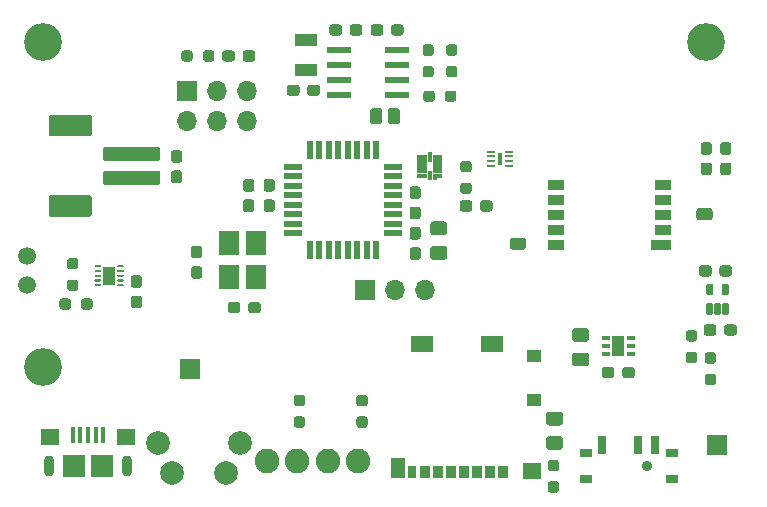
<source format=gbr>
%TF.GenerationSoftware,KiCad,Pcbnew,(5.1.9)-1*%
%TF.CreationDate,2021-02-04T12:48:35+01:00*%
%TF.ProjectId,Track-your-cat,54726163-6b2d-4796-9f75-722d6361742e,1*%
%TF.SameCoordinates,Original*%
%TF.FileFunction,Soldermask,Top*%
%TF.FilePolarity,Negative*%
%FSLAX46Y46*%
G04 Gerber Fmt 4.6, Leading zero omitted, Abs format (unit mm)*
G04 Created by KiCad (PCBNEW (5.1.9)-1) date 2021-02-04 12:48:35*
%MOMM*%
%LPD*%
G01*
G04 APERTURE LIST*
%ADD10C,0.010000*%
%ADD11O,1.700000X1.700000*%
%ADD12R,1.700000X1.700000*%
%ADD13R,1.200000X1.000000*%
%ADD14R,1.900000X1.350000*%
%ADD15R,1.170000X1.800000*%
%ADD16R,1.550000X1.350000*%
%ADD17R,0.750000X1.100000*%
%ADD18R,0.850000X1.100000*%
%ADD19R,0.450000X1.050000*%
%ADD20R,0.650000X0.200000*%
%ADD21C,2.082800*%
%ADD22R,1.676400X0.863600*%
%ADD23R,1.422400X0.863600*%
%ADD24C,3.200000*%
%ADD25R,1.900000X1.100000*%
%ADD26R,0.550000X1.500000*%
%ADD27R,1.500000X0.550000*%
%ADD28R,1.000000X1.700000*%
%ADD29R,0.700000X0.350000*%
%ADD30R,2.000000X0.600000*%
%ADD31R,1.000000X0.800000*%
%ADD32C,0.900000*%
%ADD33R,0.700000X1.500000*%
%ADD34C,1.500000*%
%ADD35R,0.606066X0.192474*%
%ADD36R,1.000000X1.600000*%
%ADD37R,1.800000X2.100000*%
%ADD38O,0.900000X1.800000*%
%ADD39C,0.500000*%
%ADD40R,1.900000X1.900000*%
%ADD41R,1.600000X1.400000*%
%ADD42R,0.400000X1.350000*%
%ADD43C,2.000000*%
G04 APERTURE END LIST*
D10*
%TO.C,U3*%
G36*
X77800000Y-87250000D02*
G01*
X77350000Y-87250000D01*
X77350000Y-87450000D01*
X77100000Y-87450000D01*
X77100000Y-86950000D01*
X77800000Y-86950000D01*
X77800000Y-87250000D01*
G37*
X77800000Y-87250000D02*
X77350000Y-87250000D01*
X77350000Y-87450000D01*
X77100000Y-87450000D01*
X77100000Y-86950000D01*
X77800000Y-86950000D01*
X77800000Y-87250000D01*
G36*
X76950000Y-85850000D02*
G01*
X76650000Y-85850000D01*
X76650000Y-85150000D01*
X76950000Y-85150000D01*
X76950000Y-85850000D01*
G37*
X76950000Y-85850000D02*
X76650000Y-85850000D01*
X76650000Y-85150000D01*
X76950000Y-85150000D01*
X76950000Y-85850000D01*
G36*
X76950000Y-87450000D02*
G01*
X76650000Y-87450000D01*
X76650000Y-86750000D01*
X76950000Y-86750000D01*
X76950000Y-87450000D01*
G37*
X76950000Y-87450000D02*
X76650000Y-87450000D01*
X76650000Y-86750000D01*
X76950000Y-86750000D01*
X76950000Y-87450000D01*
G36*
X76500000Y-87250000D02*
G01*
X75800000Y-87250000D01*
X75800000Y-86950000D01*
X76500000Y-86950000D01*
X76500000Y-87250000D01*
G37*
X76500000Y-87250000D02*
X75800000Y-87250000D01*
X75800000Y-86950000D01*
X76500000Y-86950000D01*
X76500000Y-87250000D01*
G36*
X76500000Y-86850000D02*
G01*
X75800000Y-86850000D01*
X75800000Y-86550000D01*
X76500000Y-86550000D01*
X76500000Y-86850000D01*
G37*
X76500000Y-86850000D02*
X75800000Y-86850000D01*
X75800000Y-86550000D01*
X76500000Y-86550000D01*
X76500000Y-86850000D01*
G36*
X76500000Y-85650000D02*
G01*
X75800000Y-85650000D01*
X75800000Y-85350000D01*
X76500000Y-85350000D01*
X76500000Y-85650000D01*
G37*
X76500000Y-85650000D02*
X75800000Y-85650000D01*
X75800000Y-85350000D01*
X76500000Y-85350000D01*
X76500000Y-85650000D01*
G36*
X76500000Y-86050000D02*
G01*
X75800000Y-86050000D01*
X75800000Y-85750000D01*
X76500000Y-85750000D01*
X76500000Y-86050000D01*
G37*
X76500000Y-86050000D02*
X75800000Y-86050000D01*
X75800000Y-85750000D01*
X76500000Y-85750000D01*
X76500000Y-86050000D01*
G36*
X77800000Y-85650000D02*
G01*
X77100000Y-85650000D01*
X77100000Y-85350000D01*
X77800000Y-85350000D01*
X77800000Y-85650000D01*
G37*
X77800000Y-85650000D02*
X77100000Y-85650000D01*
X77100000Y-85350000D01*
X77800000Y-85350000D01*
X77800000Y-85650000D01*
G36*
X77800000Y-86050000D02*
G01*
X77100000Y-86050000D01*
X77100000Y-85750000D01*
X77800000Y-85750000D01*
X77800000Y-86050000D01*
G37*
X77800000Y-86050000D02*
X77100000Y-86050000D01*
X77100000Y-85750000D01*
X77800000Y-85750000D01*
X77800000Y-86050000D01*
G36*
X77800000Y-86850000D02*
G01*
X77100000Y-86850000D01*
X77100000Y-86550000D01*
X77800000Y-86550000D01*
X77800000Y-86850000D01*
G37*
X77800000Y-86850000D02*
X77100000Y-86850000D01*
X77100000Y-86550000D01*
X77800000Y-86550000D01*
X77800000Y-86850000D01*
G36*
X76500000Y-86450000D02*
G01*
X75800000Y-86450000D01*
X75800000Y-86150000D01*
X76500000Y-86150000D01*
X76500000Y-86450000D01*
G37*
X76500000Y-86450000D02*
X75800000Y-86450000D01*
X75800000Y-86150000D01*
X76500000Y-86150000D01*
X76500000Y-86450000D01*
G36*
X77800000Y-86450000D02*
G01*
X77100000Y-86450000D01*
X77100000Y-86150000D01*
X77800000Y-86150000D01*
X77800000Y-86450000D01*
G37*
X77800000Y-86450000D02*
X77100000Y-86450000D01*
X77100000Y-86150000D01*
X77800000Y-86150000D01*
X77800000Y-86450000D01*
%TD*%
D11*
%TO.C,FTDI1*%
X61380000Y-82540000D03*
X61380000Y-80000000D03*
X58840000Y-82540000D03*
X58840000Y-80000000D03*
X56300000Y-82540000D03*
D12*
X56300000Y-80000000D03*
%TD*%
D13*
%TO.C,J3*%
X85639999Y-106100000D03*
X85639999Y-102400001D03*
D14*
X82140000Y-101425000D03*
X76170000Y-101425000D03*
D15*
X74145000Y-111900000D03*
D16*
X85465000Y-112125000D03*
D17*
X75354999Y-112250000D03*
D18*
X76405000Y-112250000D03*
X77505000Y-112250000D03*
X78605000Y-112250000D03*
X79705000Y-112250000D03*
X80805000Y-112250000D03*
X81905000Y-112250000D03*
X83005000Y-112250000D03*
%TD*%
D12*
%TO.C,J5*%
X56500000Y-103500000D03*
%TD*%
%TO.C,J4*%
X101200000Y-109900000D03*
%TD*%
D19*
%TO.C,IC1*%
X82800000Y-85700000D03*
D20*
X83550000Y-85100000D03*
X83550000Y-85500000D03*
X83550000Y-85900000D03*
X83550000Y-86300000D03*
X82050000Y-86300000D03*
X82050000Y-85900000D03*
X82050000Y-85500000D03*
X82050000Y-85100000D03*
%TD*%
D21*
%TO.C,D2*%
X70800000Y-111250000D03*
X68260000Y-111250000D03*
%TD*%
D22*
%TO.C,GPS1*%
X96425800Y-92978200D03*
D23*
X96552800Y-91708200D03*
X96552800Y-90438200D03*
X96552800Y-89168200D03*
X96552800Y-87898200D03*
X87561200Y-92978200D03*
X87561200Y-91708200D03*
X87561200Y-89168200D03*
X87561200Y-87898200D03*
X87561200Y-90438200D03*
%TD*%
D24*
%TO.C,H1*%
X100200000Y-75800000D03*
%TD*%
%TO.C,H1*%
X44100000Y-75800000D03*
%TD*%
%TO.C,H1*%
X44100000Y-103300000D03*
%TD*%
%TO.C,R10*%
G36*
G01*
X76937500Y-78812500D02*
X76462500Y-78812500D01*
G75*
G02*
X76225000Y-78575000I0J237500D01*
G01*
X76225000Y-78075000D01*
G75*
G02*
X76462500Y-77837500I237500J0D01*
G01*
X76937500Y-77837500D01*
G75*
G02*
X77175000Y-78075000I0J-237500D01*
G01*
X77175000Y-78575000D01*
G75*
G02*
X76937500Y-78812500I-237500J0D01*
G01*
G37*
G36*
G01*
X76937500Y-76987500D02*
X76462500Y-76987500D01*
G75*
G02*
X76225000Y-76750000I0J237500D01*
G01*
X76225000Y-76250000D01*
G75*
G02*
X76462500Y-76012500I237500J0D01*
G01*
X76937500Y-76012500D01*
G75*
G02*
X77175000Y-76250000I0J-237500D01*
G01*
X77175000Y-76750000D01*
G75*
G02*
X76937500Y-76987500I-237500J0D01*
G01*
G37*
%TD*%
D25*
%TO.C,Y2*%
X66350000Y-78150000D03*
X66350000Y-75650000D03*
%TD*%
D26*
%TO.C,U2*%
X66700000Y-85000000D03*
X67500000Y-85000000D03*
X68300000Y-85000000D03*
X69100000Y-85000000D03*
X69900000Y-85000000D03*
X70700000Y-85000000D03*
X71500000Y-85000000D03*
X72300000Y-85000000D03*
D27*
X73700000Y-86400000D03*
X73700000Y-87200000D03*
X73700000Y-88000000D03*
X73700000Y-88800000D03*
X73700000Y-89600000D03*
X73700000Y-90400000D03*
X73700000Y-91200000D03*
X73700000Y-92000000D03*
D26*
X72300000Y-93400000D03*
X71500000Y-93400000D03*
X70700000Y-93400000D03*
X69900000Y-93400000D03*
X69100000Y-93400000D03*
X68300000Y-93400000D03*
X67500000Y-93400000D03*
D27*
X65300000Y-92000000D03*
X65300000Y-91200000D03*
X65300000Y-90400000D03*
X65300000Y-89600000D03*
X65300000Y-88800000D03*
X65300000Y-88000000D03*
X65300000Y-87200000D03*
X65300000Y-86400000D03*
D26*
X66700000Y-93400000D03*
%TD*%
D21*
%TO.C,D1*%
X63100000Y-111300000D03*
X65640000Y-111300000D03*
%TD*%
%TO.C,R8*%
G36*
G01*
X99237500Y-103000000D02*
X98762500Y-103000000D01*
G75*
G02*
X98525000Y-102762500I0J237500D01*
G01*
X98525000Y-102262500D01*
G75*
G02*
X98762500Y-102025000I237500J0D01*
G01*
X99237500Y-102025000D01*
G75*
G02*
X99475000Y-102262500I0J-237500D01*
G01*
X99475000Y-102762500D01*
G75*
G02*
X99237500Y-103000000I-237500J0D01*
G01*
G37*
G36*
G01*
X99237500Y-101175000D02*
X98762500Y-101175000D01*
G75*
G02*
X98525000Y-100937500I0J237500D01*
G01*
X98525000Y-100437500D01*
G75*
G02*
X98762500Y-100200000I237500J0D01*
G01*
X99237500Y-100200000D01*
G75*
G02*
X99475000Y-100437500I0J-237500D01*
G01*
X99475000Y-100937500D01*
G75*
G02*
X99237500Y-101175000I-237500J0D01*
G01*
G37*
%TD*%
%TO.C,C1*%
G36*
G01*
X89125000Y-100037500D02*
X90075000Y-100037500D01*
G75*
G02*
X90325000Y-100287500I0J-250000D01*
G01*
X90325000Y-100962500D01*
G75*
G02*
X90075000Y-101212500I-250000J0D01*
G01*
X89125000Y-101212500D01*
G75*
G02*
X88875000Y-100962500I0J250000D01*
G01*
X88875000Y-100287500D01*
G75*
G02*
X89125000Y-100037500I250000J0D01*
G01*
G37*
G36*
G01*
X89125000Y-102112500D02*
X90075000Y-102112500D01*
G75*
G02*
X90325000Y-102362500I0J-250000D01*
G01*
X90325000Y-103037500D01*
G75*
G02*
X90075000Y-103287500I-250000J0D01*
G01*
X89125000Y-103287500D01*
G75*
G02*
X88875000Y-103037500I0J250000D01*
G01*
X88875000Y-102362500D01*
G75*
G02*
X89125000Y-102112500I250000J0D01*
G01*
G37*
%TD*%
%TO.C,C2*%
G36*
G01*
X94200000Y-103562500D02*
X94200000Y-104037500D01*
G75*
G02*
X93962500Y-104275000I-237500J0D01*
G01*
X93362500Y-104275000D01*
G75*
G02*
X93125000Y-104037500I0J237500D01*
G01*
X93125000Y-103562500D01*
G75*
G02*
X93362500Y-103325000I237500J0D01*
G01*
X93962500Y-103325000D01*
G75*
G02*
X94200000Y-103562500I0J-237500D01*
G01*
G37*
G36*
G01*
X92475000Y-103562500D02*
X92475000Y-104037500D01*
G75*
G02*
X92237500Y-104275000I-237500J0D01*
G01*
X91637500Y-104275000D01*
G75*
G02*
X91400000Y-104037500I0J237500D01*
G01*
X91400000Y-103562500D01*
G75*
G02*
X91637500Y-103325000I237500J0D01*
G01*
X92237500Y-103325000D01*
G75*
G02*
X92475000Y-103562500I0J-237500D01*
G01*
G37*
%TD*%
%TO.C,C3*%
G36*
G01*
X77125000Y-91012500D02*
X78075000Y-91012500D01*
G75*
G02*
X78325000Y-91262500I0J-250000D01*
G01*
X78325000Y-91937500D01*
G75*
G02*
X78075000Y-92187500I-250000J0D01*
G01*
X77125000Y-92187500D01*
G75*
G02*
X76875000Y-91937500I0J250000D01*
G01*
X76875000Y-91262500D01*
G75*
G02*
X77125000Y-91012500I250000J0D01*
G01*
G37*
G36*
G01*
X77125000Y-93087500D02*
X78075000Y-93087500D01*
G75*
G02*
X78325000Y-93337500I0J-250000D01*
G01*
X78325000Y-94012500D01*
G75*
G02*
X78075000Y-94262500I-250000J0D01*
G01*
X77125000Y-94262500D01*
G75*
G02*
X76875000Y-94012500I0J250000D01*
G01*
X76875000Y-93337500D01*
G75*
G02*
X77125000Y-93087500I250000J0D01*
G01*
G37*
%TD*%
%TO.C,C4*%
G36*
G01*
X63487500Y-88487500D02*
X63012500Y-88487500D01*
G75*
G02*
X62775000Y-88250000I0J237500D01*
G01*
X62775000Y-87650000D01*
G75*
G02*
X63012500Y-87412500I237500J0D01*
G01*
X63487500Y-87412500D01*
G75*
G02*
X63725000Y-87650000I0J-237500D01*
G01*
X63725000Y-88250000D01*
G75*
G02*
X63487500Y-88487500I-237500J0D01*
G01*
G37*
G36*
G01*
X63487500Y-90212500D02*
X63012500Y-90212500D01*
G75*
G02*
X62775000Y-89975000I0J237500D01*
G01*
X62775000Y-89375000D01*
G75*
G02*
X63012500Y-89137500I237500J0D01*
G01*
X63487500Y-89137500D01*
G75*
G02*
X63725000Y-89375000I0J-237500D01*
G01*
X63725000Y-89975000D01*
G75*
G02*
X63487500Y-90212500I-237500J0D01*
G01*
G37*
%TD*%
%TO.C,C5*%
G36*
G01*
X61737500Y-90212500D02*
X61262500Y-90212500D01*
G75*
G02*
X61025000Y-89975000I0J237500D01*
G01*
X61025000Y-89375000D01*
G75*
G02*
X61262500Y-89137500I237500J0D01*
G01*
X61737500Y-89137500D01*
G75*
G02*
X61975000Y-89375000I0J-237500D01*
G01*
X61975000Y-89975000D01*
G75*
G02*
X61737500Y-90212500I-237500J0D01*
G01*
G37*
G36*
G01*
X61737500Y-88487500D02*
X61262500Y-88487500D01*
G75*
G02*
X61025000Y-88250000I0J237500D01*
G01*
X61025000Y-87650000D01*
G75*
G02*
X61262500Y-87412500I237500J0D01*
G01*
X61737500Y-87412500D01*
G75*
G02*
X61975000Y-87650000I0J-237500D01*
G01*
X61975000Y-88250000D01*
G75*
G02*
X61737500Y-88487500I-237500J0D01*
G01*
G37*
%TD*%
%TO.C,C6*%
G36*
G01*
X75362500Y-93187500D02*
X75837500Y-93187500D01*
G75*
G02*
X76075000Y-93425000I0J-237500D01*
G01*
X76075000Y-94025000D01*
G75*
G02*
X75837500Y-94262500I-237500J0D01*
G01*
X75362500Y-94262500D01*
G75*
G02*
X75125000Y-94025000I0J237500D01*
G01*
X75125000Y-93425000D01*
G75*
G02*
X75362500Y-93187500I237500J0D01*
G01*
G37*
G36*
G01*
X75362500Y-91462500D02*
X75837500Y-91462500D01*
G75*
G02*
X76075000Y-91700000I0J-237500D01*
G01*
X76075000Y-92300000D01*
G75*
G02*
X75837500Y-92537500I-237500J0D01*
G01*
X75362500Y-92537500D01*
G75*
G02*
X75125000Y-92300000I0J237500D01*
G01*
X75125000Y-91700000D01*
G75*
G02*
X75362500Y-91462500I237500J0D01*
G01*
G37*
%TD*%
%TO.C,C8*%
G36*
G01*
X60987500Y-77237500D02*
X60987500Y-76762500D01*
G75*
G02*
X61225000Y-76525000I237500J0D01*
G01*
X61825000Y-76525000D01*
G75*
G02*
X62062500Y-76762500I0J-237500D01*
G01*
X62062500Y-77237500D01*
G75*
G02*
X61825000Y-77475000I-237500J0D01*
G01*
X61225000Y-77475000D01*
G75*
G02*
X60987500Y-77237500I0J237500D01*
G01*
G37*
G36*
G01*
X59262500Y-77237500D02*
X59262500Y-76762500D01*
G75*
G02*
X59500000Y-76525000I237500J0D01*
G01*
X60100000Y-76525000D01*
G75*
G02*
X60337500Y-76762500I0J-237500D01*
G01*
X60337500Y-77237500D01*
G75*
G02*
X60100000Y-77475000I-237500J0D01*
G01*
X59500000Y-77475000D01*
G75*
G02*
X59262500Y-77237500I0J237500D01*
G01*
G37*
%TD*%
%TO.C,C9*%
G36*
G01*
X57337500Y-94137500D02*
X56862500Y-94137500D01*
G75*
G02*
X56625000Y-93900000I0J237500D01*
G01*
X56625000Y-93300000D01*
G75*
G02*
X56862500Y-93062500I237500J0D01*
G01*
X57337500Y-93062500D01*
G75*
G02*
X57575000Y-93300000I0J-237500D01*
G01*
X57575000Y-93900000D01*
G75*
G02*
X57337500Y-94137500I-237500J0D01*
G01*
G37*
G36*
G01*
X57337500Y-95862500D02*
X56862500Y-95862500D01*
G75*
G02*
X56625000Y-95625000I0J237500D01*
G01*
X56625000Y-95025000D01*
G75*
G02*
X56862500Y-94787500I237500J0D01*
G01*
X57337500Y-94787500D01*
G75*
G02*
X57575000Y-95025000I0J-237500D01*
G01*
X57575000Y-95625000D01*
G75*
G02*
X57337500Y-95862500I-237500J0D01*
G01*
G37*
%TD*%
%TO.C,C10*%
G36*
G01*
X62537500Y-98062500D02*
X62537500Y-98537500D01*
G75*
G02*
X62300000Y-98775000I-237500J0D01*
G01*
X61700000Y-98775000D01*
G75*
G02*
X61462500Y-98537500I0J237500D01*
G01*
X61462500Y-98062500D01*
G75*
G02*
X61700000Y-97825000I237500J0D01*
G01*
X62300000Y-97825000D01*
G75*
G02*
X62537500Y-98062500I0J-237500D01*
G01*
G37*
G36*
G01*
X60812500Y-98062500D02*
X60812500Y-98537500D01*
G75*
G02*
X60575000Y-98775000I-237500J0D01*
G01*
X59975000Y-98775000D01*
G75*
G02*
X59737500Y-98537500I0J237500D01*
G01*
X59737500Y-98062500D01*
G75*
G02*
X59975000Y-97825000I237500J0D01*
G01*
X60575000Y-97825000D01*
G75*
G02*
X60812500Y-98062500I0J-237500D01*
G01*
G37*
%TD*%
%TO.C,C11*%
G36*
G01*
X51762500Y-95562500D02*
X52237500Y-95562500D01*
G75*
G02*
X52475000Y-95800000I0J-237500D01*
G01*
X52475000Y-96400000D01*
G75*
G02*
X52237500Y-96637500I-237500J0D01*
G01*
X51762500Y-96637500D01*
G75*
G02*
X51525000Y-96400000I0J237500D01*
G01*
X51525000Y-95800000D01*
G75*
G02*
X51762500Y-95562500I237500J0D01*
G01*
G37*
G36*
G01*
X51762500Y-97287500D02*
X52237500Y-97287500D01*
G75*
G02*
X52475000Y-97525000I0J-237500D01*
G01*
X52475000Y-98125000D01*
G75*
G02*
X52237500Y-98362500I-237500J0D01*
G01*
X51762500Y-98362500D01*
G75*
G02*
X51525000Y-98125000I0J237500D01*
G01*
X51525000Y-97525000D01*
G75*
G02*
X51762500Y-97287500I237500J0D01*
G01*
G37*
%TD*%
%TO.C,C12*%
G36*
G01*
X75837500Y-90837500D02*
X75362500Y-90837500D01*
G75*
G02*
X75125000Y-90600000I0J237500D01*
G01*
X75125000Y-90000000D01*
G75*
G02*
X75362500Y-89762500I237500J0D01*
G01*
X75837500Y-89762500D01*
G75*
G02*
X76075000Y-90000000I0J-237500D01*
G01*
X76075000Y-90600000D01*
G75*
G02*
X75837500Y-90837500I-237500J0D01*
G01*
G37*
G36*
G01*
X75837500Y-89112500D02*
X75362500Y-89112500D01*
G75*
G02*
X75125000Y-88875000I0J237500D01*
G01*
X75125000Y-88275000D01*
G75*
G02*
X75362500Y-88037500I237500J0D01*
G01*
X75837500Y-88037500D01*
G75*
G02*
X76075000Y-88275000I0J-237500D01*
G01*
X76075000Y-88875000D01*
G75*
G02*
X75837500Y-89112500I-237500J0D01*
G01*
G37*
%TD*%
%TO.C,C13*%
G36*
G01*
X55162500Y-86687500D02*
X55637500Y-86687500D01*
G75*
G02*
X55875000Y-86925000I0J-237500D01*
G01*
X55875000Y-87525000D01*
G75*
G02*
X55637500Y-87762500I-237500J0D01*
G01*
X55162500Y-87762500D01*
G75*
G02*
X54925000Y-87525000I0J237500D01*
G01*
X54925000Y-86925000D01*
G75*
G02*
X55162500Y-86687500I237500J0D01*
G01*
G37*
G36*
G01*
X55162500Y-84962500D02*
X55637500Y-84962500D01*
G75*
G02*
X55875000Y-85200000I0J-237500D01*
G01*
X55875000Y-85800000D01*
G75*
G02*
X55637500Y-86037500I-237500J0D01*
G01*
X55162500Y-86037500D01*
G75*
G02*
X54925000Y-85800000I0J237500D01*
G01*
X54925000Y-85200000D01*
G75*
G02*
X55162500Y-84962500I237500J0D01*
G01*
G37*
%TD*%
%TO.C,C15*%
G36*
G01*
X80437500Y-89462500D02*
X80437500Y-89937500D01*
G75*
G02*
X80200000Y-90175000I-237500J0D01*
G01*
X79600000Y-90175000D01*
G75*
G02*
X79362500Y-89937500I0J237500D01*
G01*
X79362500Y-89462500D01*
G75*
G02*
X79600000Y-89225000I237500J0D01*
G01*
X80200000Y-89225000D01*
G75*
G02*
X80437500Y-89462500I0J-237500D01*
G01*
G37*
G36*
G01*
X82162500Y-89462500D02*
X82162500Y-89937500D01*
G75*
G02*
X81925000Y-90175000I-237500J0D01*
G01*
X81325000Y-90175000D01*
G75*
G02*
X81087500Y-89937500I0J237500D01*
G01*
X81087500Y-89462500D01*
G75*
G02*
X81325000Y-89225000I237500J0D01*
G01*
X81925000Y-89225000D01*
G75*
G02*
X82162500Y-89462500I0J-237500D01*
G01*
G37*
%TD*%
%TO.C,C16*%
G36*
G01*
X102137500Y-85375000D02*
X101662500Y-85375000D01*
G75*
G02*
X101425000Y-85137500I0J237500D01*
G01*
X101425000Y-84537500D01*
G75*
G02*
X101662500Y-84300000I237500J0D01*
G01*
X102137500Y-84300000D01*
G75*
G02*
X102375000Y-84537500I0J-237500D01*
G01*
X102375000Y-85137500D01*
G75*
G02*
X102137500Y-85375000I-237500J0D01*
G01*
G37*
G36*
G01*
X102137500Y-87100000D02*
X101662500Y-87100000D01*
G75*
G02*
X101425000Y-86862500I0J237500D01*
G01*
X101425000Y-86262500D01*
G75*
G02*
X101662500Y-86025000I237500J0D01*
G01*
X102137500Y-86025000D01*
G75*
G02*
X102375000Y-86262500I0J-237500D01*
G01*
X102375000Y-86862500D01*
G75*
G02*
X102137500Y-87100000I-237500J0D01*
G01*
G37*
%TD*%
%TO.C,C17*%
G36*
G01*
X100487500Y-85375000D02*
X100012500Y-85375000D01*
G75*
G02*
X99775000Y-85137500I0J237500D01*
G01*
X99775000Y-84537500D01*
G75*
G02*
X100012500Y-84300000I237500J0D01*
G01*
X100487500Y-84300000D01*
G75*
G02*
X100725000Y-84537500I0J-237500D01*
G01*
X100725000Y-85137500D01*
G75*
G02*
X100487500Y-85375000I-237500J0D01*
G01*
G37*
G36*
G01*
X100487500Y-87100000D02*
X100012500Y-87100000D01*
G75*
G02*
X99775000Y-86862500I0J237500D01*
G01*
X99775000Y-86262500D01*
G75*
G02*
X100012500Y-86025000I237500J0D01*
G01*
X100487500Y-86025000D01*
G75*
G02*
X100725000Y-86262500I0J-237500D01*
G01*
X100725000Y-86862500D01*
G75*
G02*
X100487500Y-87100000I-237500J0D01*
G01*
G37*
%TD*%
%TO.C,C18*%
G36*
G01*
X102837500Y-99962500D02*
X102837500Y-100437500D01*
G75*
G02*
X102600000Y-100675000I-237500J0D01*
G01*
X102000000Y-100675000D01*
G75*
G02*
X101762500Y-100437500I0J237500D01*
G01*
X101762500Y-99962500D01*
G75*
G02*
X102000000Y-99725000I237500J0D01*
G01*
X102600000Y-99725000D01*
G75*
G02*
X102837500Y-99962500I0J-237500D01*
G01*
G37*
G36*
G01*
X101112500Y-99962500D02*
X101112500Y-100437500D01*
G75*
G02*
X100875000Y-100675000I-237500J0D01*
G01*
X100275000Y-100675000D01*
G75*
G02*
X100037500Y-100437500I0J237500D01*
G01*
X100037500Y-99962500D01*
G75*
G02*
X100275000Y-99725000I237500J0D01*
G01*
X100875000Y-99725000D01*
G75*
G02*
X101112500Y-99962500I0J-237500D01*
G01*
G37*
%TD*%
%TO.C,C20*%
G36*
G01*
X71837500Y-75037500D02*
X71837500Y-74562500D01*
G75*
G02*
X72075000Y-74325000I237500J0D01*
G01*
X72675000Y-74325000D01*
G75*
G02*
X72912500Y-74562500I0J-237500D01*
G01*
X72912500Y-75037500D01*
G75*
G02*
X72675000Y-75275000I-237500J0D01*
G01*
X72075000Y-75275000D01*
G75*
G02*
X71837500Y-75037500I0J237500D01*
G01*
G37*
G36*
G01*
X73562500Y-75037500D02*
X73562500Y-74562500D01*
G75*
G02*
X73800000Y-74325000I237500J0D01*
G01*
X74400000Y-74325000D01*
G75*
G02*
X74637500Y-74562500I0J-237500D01*
G01*
X74637500Y-75037500D01*
G75*
G02*
X74400000Y-75275000I-237500J0D01*
G01*
X73800000Y-75275000D01*
G75*
G02*
X73562500Y-75037500I0J237500D01*
G01*
G37*
%TD*%
%TO.C,C21*%
G36*
G01*
X69412500Y-74562500D02*
X69412500Y-75037500D01*
G75*
G02*
X69175000Y-75275000I-237500J0D01*
G01*
X68575000Y-75275000D01*
G75*
G02*
X68337500Y-75037500I0J237500D01*
G01*
X68337500Y-74562500D01*
G75*
G02*
X68575000Y-74325000I237500J0D01*
G01*
X69175000Y-74325000D01*
G75*
G02*
X69412500Y-74562500I0J-237500D01*
G01*
G37*
G36*
G01*
X71137500Y-74562500D02*
X71137500Y-75037500D01*
G75*
G02*
X70900000Y-75275000I-237500J0D01*
G01*
X70300000Y-75275000D01*
G75*
G02*
X70062500Y-75037500I0J237500D01*
G01*
X70062500Y-74562500D01*
G75*
G02*
X70300000Y-74325000I237500J0D01*
G01*
X70900000Y-74325000D01*
G75*
G02*
X71137500Y-74562500I0J-237500D01*
G01*
G37*
%TD*%
%TO.C,C22*%
G36*
G01*
X64737500Y-80137500D02*
X64737500Y-79662500D01*
G75*
G02*
X64975000Y-79425000I237500J0D01*
G01*
X65575000Y-79425000D01*
G75*
G02*
X65812500Y-79662500I0J-237500D01*
G01*
X65812500Y-80137500D01*
G75*
G02*
X65575000Y-80375000I-237500J0D01*
G01*
X64975000Y-80375000D01*
G75*
G02*
X64737500Y-80137500I0J237500D01*
G01*
G37*
G36*
G01*
X66462500Y-80137500D02*
X66462500Y-79662500D01*
G75*
G02*
X66700000Y-79425000I237500J0D01*
G01*
X67300000Y-79425000D01*
G75*
G02*
X67537500Y-79662500I0J-237500D01*
G01*
X67537500Y-80137500D01*
G75*
G02*
X67300000Y-80375000I-237500J0D01*
G01*
X66700000Y-80375000D01*
G75*
G02*
X66462500Y-80137500I0J237500D01*
G01*
G37*
%TD*%
%TO.C,C23*%
G36*
G01*
X86925000Y-109187500D02*
X87875000Y-109187500D01*
G75*
G02*
X88125000Y-109437500I0J-250000D01*
G01*
X88125000Y-110112500D01*
G75*
G02*
X87875000Y-110362500I-250000J0D01*
G01*
X86925000Y-110362500D01*
G75*
G02*
X86675000Y-110112500I0J250000D01*
G01*
X86675000Y-109437500D01*
G75*
G02*
X86925000Y-109187500I250000J0D01*
G01*
G37*
G36*
G01*
X86925000Y-107112500D02*
X87875000Y-107112500D01*
G75*
G02*
X88125000Y-107362500I0J-250000D01*
G01*
X88125000Y-108037500D01*
G75*
G02*
X87875000Y-108287500I-250000J0D01*
G01*
X86925000Y-108287500D01*
G75*
G02*
X86675000Y-108037500I0J250000D01*
G01*
X86675000Y-107362500D01*
G75*
G02*
X86925000Y-107112500I250000J0D01*
G01*
G37*
%TD*%
%TO.C,IC2*%
G36*
G01*
X100251310Y-98797610D02*
X100251310Y-98048310D01*
G75*
G02*
X100352910Y-97946710I101600J0D01*
G01*
X100751690Y-97946710D01*
G75*
G02*
X100853290Y-98048310I0J-101600D01*
G01*
X100853290Y-98797610D01*
G75*
G02*
X100751690Y-98899210I-101600J0D01*
G01*
X100352910Y-98899210D01*
G75*
G02*
X100251310Y-98797610I0J101600D01*
G01*
G37*
G36*
G01*
X100899010Y-98797610D02*
X100899010Y-98048310D01*
G75*
G02*
X101000610Y-97946710I101600J0D01*
G01*
X101399390Y-97946710D01*
G75*
G02*
X101500990Y-98048310I0J-101600D01*
G01*
X101500990Y-98797610D01*
G75*
G02*
X101399390Y-98899210I-101600J0D01*
G01*
X101000610Y-98899210D01*
G75*
G02*
X100899010Y-98797610I0J101600D01*
G01*
G37*
G36*
G01*
X101546710Y-98797610D02*
X101546710Y-98048310D01*
G75*
G02*
X101648310Y-97946710I101600J0D01*
G01*
X102047090Y-97946710D01*
G75*
G02*
X102148690Y-98048310I0J-101600D01*
G01*
X102148690Y-98797610D01*
G75*
G02*
X102047090Y-98899210I-101600J0D01*
G01*
X101648310Y-98899210D01*
G75*
G02*
X101546710Y-98797610I0J101600D01*
G01*
G37*
G36*
G01*
X101546710Y-97151690D02*
X101546710Y-96402390D01*
G75*
G02*
X101648310Y-96300790I101600J0D01*
G01*
X102047090Y-96300790D01*
G75*
G02*
X102148690Y-96402390I0J-101600D01*
G01*
X102148690Y-97151690D01*
G75*
G02*
X102047090Y-97253290I-101600J0D01*
G01*
X101648310Y-97253290D01*
G75*
G02*
X101546710Y-97151690I0J101600D01*
G01*
G37*
G36*
G01*
X100251310Y-97151690D02*
X100251310Y-96402390D01*
G75*
G02*
X100352910Y-96300790I101600J0D01*
G01*
X100751690Y-96300790D01*
G75*
G02*
X100853290Y-96402390I0J-101600D01*
G01*
X100853290Y-97151690D01*
G75*
G02*
X100751690Y-97253290I-101600J0D01*
G01*
X100352910Y-97253290D01*
G75*
G02*
X100251310Y-97151690I0J101600D01*
G01*
G37*
%TD*%
%TO.C,J1*%
G36*
G01*
X53898210Y-87898930D02*
X49298270Y-87898930D01*
G75*
G02*
X49196670Y-87797330I0J101600D01*
G01*
X49196670Y-86799110D01*
G75*
G02*
X49298270Y-86697510I101600J0D01*
G01*
X53898210Y-86697510D01*
G75*
G02*
X53999810Y-86799110I0J-101600D01*
G01*
X53999810Y-87797330D01*
G75*
G02*
X53898210Y-87898930I-101600J0D01*
G01*
G37*
G36*
G01*
X53898210Y-85902490D02*
X49298270Y-85902490D01*
G75*
G02*
X49196670Y-85800890I0J101600D01*
G01*
X49196670Y-84802670D01*
G75*
G02*
X49298270Y-84701070I101600J0D01*
G01*
X53898210Y-84701070D01*
G75*
G02*
X53999810Y-84802670I0J-101600D01*
G01*
X53999810Y-85800890D01*
G75*
G02*
X53898210Y-85902490I-101600J0D01*
G01*
G37*
G36*
G01*
X48202260Y-88899690D02*
X48202260Y-90497350D01*
G75*
G02*
X48100660Y-90598950I-101600J0D01*
G01*
X44702140Y-90598950D01*
G75*
G02*
X44600540Y-90497350I0J101600D01*
G01*
X44600540Y-88899690D01*
G75*
G02*
X44702140Y-88798090I101600J0D01*
G01*
X48100660Y-88798090D01*
G75*
G02*
X48202260Y-88899690I0J-101600D01*
G01*
G37*
G36*
G01*
X48202260Y-82102650D02*
X48202260Y-83700310D01*
G75*
G02*
X48100660Y-83801910I-101600J0D01*
G01*
X44702140Y-83801910D01*
G75*
G02*
X44600540Y-83700310I0J101600D01*
G01*
X44600540Y-82102650D01*
G75*
G02*
X44702140Y-82001050I101600J0D01*
G01*
X48100660Y-82001050D01*
G75*
G02*
X48202260Y-82102650I0J-101600D01*
G01*
G37*
%TD*%
D28*
%TO.C,LDO1*%
X92800000Y-101550000D03*
D29*
X93850000Y-100900000D03*
X93850000Y-101550000D03*
X93850000Y-102200000D03*
X91750000Y-102200000D03*
X91750000Y-101550000D03*
X91750000Y-100900000D03*
%TD*%
%TO.C,R1*%
G36*
G01*
X57625000Y-77237500D02*
X57625000Y-76762500D01*
G75*
G02*
X57862500Y-76525000I237500J0D01*
G01*
X58362500Y-76525000D01*
G75*
G02*
X58600000Y-76762500I0J-237500D01*
G01*
X58600000Y-77237500D01*
G75*
G02*
X58362500Y-77475000I-237500J0D01*
G01*
X57862500Y-77475000D01*
G75*
G02*
X57625000Y-77237500I0J237500D01*
G01*
G37*
G36*
G01*
X55800000Y-77237500D02*
X55800000Y-76762500D01*
G75*
G02*
X56037500Y-76525000I237500J0D01*
G01*
X56537500Y-76525000D01*
G75*
G02*
X56775000Y-76762500I0J-237500D01*
G01*
X56775000Y-77237500D01*
G75*
G02*
X56537500Y-77475000I-237500J0D01*
G01*
X56037500Y-77475000D01*
G75*
G02*
X55800000Y-77237500I0J237500D01*
G01*
G37*
%TD*%
%TO.C,R2*%
G36*
G01*
X46362500Y-95925000D02*
X46837500Y-95925000D01*
G75*
G02*
X47075000Y-96162500I0J-237500D01*
G01*
X47075000Y-96662500D01*
G75*
G02*
X46837500Y-96900000I-237500J0D01*
G01*
X46362500Y-96900000D01*
G75*
G02*
X46125000Y-96662500I0J237500D01*
G01*
X46125000Y-96162500D01*
G75*
G02*
X46362500Y-95925000I237500J0D01*
G01*
G37*
G36*
G01*
X46362500Y-94100000D02*
X46837500Y-94100000D01*
G75*
G02*
X47075000Y-94337500I0J-237500D01*
G01*
X47075000Y-94837500D01*
G75*
G02*
X46837500Y-95075000I-237500J0D01*
G01*
X46362500Y-95075000D01*
G75*
G02*
X46125000Y-94837500I0J237500D01*
G01*
X46125000Y-94337500D01*
G75*
G02*
X46362500Y-94100000I237500J0D01*
G01*
G37*
%TD*%
%TO.C,R3*%
G36*
G01*
X48287500Y-97762500D02*
X48287500Y-98237500D01*
G75*
G02*
X48050000Y-98475000I-237500J0D01*
G01*
X47550000Y-98475000D01*
G75*
G02*
X47312500Y-98237500I0J237500D01*
G01*
X47312500Y-97762500D01*
G75*
G02*
X47550000Y-97525000I237500J0D01*
G01*
X48050000Y-97525000D01*
G75*
G02*
X48287500Y-97762500I0J-237500D01*
G01*
G37*
G36*
G01*
X46462500Y-97762500D02*
X46462500Y-98237500D01*
G75*
G02*
X46225000Y-98475000I-237500J0D01*
G01*
X45725000Y-98475000D01*
G75*
G02*
X45487500Y-98237500I0J237500D01*
G01*
X45487500Y-97762500D01*
G75*
G02*
X45725000Y-97525000I237500J0D01*
G01*
X46225000Y-97525000D01*
G75*
G02*
X46462500Y-97762500I0J-237500D01*
G01*
G37*
%TD*%
%TO.C,R4*%
G36*
G01*
X66037500Y-108487500D02*
X65562500Y-108487500D01*
G75*
G02*
X65325000Y-108250000I0J237500D01*
G01*
X65325000Y-107750000D01*
G75*
G02*
X65562500Y-107512500I237500J0D01*
G01*
X66037500Y-107512500D01*
G75*
G02*
X66275000Y-107750000I0J-237500D01*
G01*
X66275000Y-108250000D01*
G75*
G02*
X66037500Y-108487500I-237500J0D01*
G01*
G37*
G36*
G01*
X66037500Y-106662500D02*
X65562500Y-106662500D01*
G75*
G02*
X65325000Y-106425000I0J237500D01*
G01*
X65325000Y-105925000D01*
G75*
G02*
X65562500Y-105687500I237500J0D01*
G01*
X66037500Y-105687500D01*
G75*
G02*
X66275000Y-105925000I0J-237500D01*
G01*
X66275000Y-106425000D01*
G75*
G02*
X66037500Y-106662500I-237500J0D01*
G01*
G37*
%TD*%
%TO.C,R5*%
G36*
G01*
X71337500Y-106662500D02*
X70862500Y-106662500D01*
G75*
G02*
X70625000Y-106425000I0J237500D01*
G01*
X70625000Y-105925000D01*
G75*
G02*
X70862500Y-105687500I237500J0D01*
G01*
X71337500Y-105687500D01*
G75*
G02*
X71575000Y-105925000I0J-237500D01*
G01*
X71575000Y-106425000D01*
G75*
G02*
X71337500Y-106662500I-237500J0D01*
G01*
G37*
G36*
G01*
X71337500Y-108487500D02*
X70862500Y-108487500D01*
G75*
G02*
X70625000Y-108250000I0J237500D01*
G01*
X70625000Y-107750000D01*
G75*
G02*
X70862500Y-107512500I237500J0D01*
G01*
X71337500Y-107512500D01*
G75*
G02*
X71575000Y-107750000I0J-237500D01*
G01*
X71575000Y-108250000D01*
G75*
G02*
X71337500Y-108487500I-237500J0D01*
G01*
G37*
%TD*%
%TO.C,R6*%
G36*
G01*
X100362500Y-103912500D02*
X100837500Y-103912500D01*
G75*
G02*
X101075000Y-104150000I0J-237500D01*
G01*
X101075000Y-104650000D01*
G75*
G02*
X100837500Y-104887500I-237500J0D01*
G01*
X100362500Y-104887500D01*
G75*
G02*
X100125000Y-104650000I0J237500D01*
G01*
X100125000Y-104150000D01*
G75*
G02*
X100362500Y-103912500I237500J0D01*
G01*
G37*
G36*
G01*
X100362500Y-102087500D02*
X100837500Y-102087500D01*
G75*
G02*
X101075000Y-102325000I0J-237500D01*
G01*
X101075000Y-102825000D01*
G75*
G02*
X100837500Y-103062500I-237500J0D01*
G01*
X100362500Y-103062500D01*
G75*
G02*
X100125000Y-102825000I0J237500D01*
G01*
X100125000Y-102325000D01*
G75*
G02*
X100362500Y-102087500I237500J0D01*
G01*
G37*
%TD*%
%TO.C,R7*%
G36*
G01*
X80137500Y-88687500D02*
X79662500Y-88687500D01*
G75*
G02*
X79425000Y-88450000I0J237500D01*
G01*
X79425000Y-87950000D01*
G75*
G02*
X79662500Y-87712500I237500J0D01*
G01*
X80137500Y-87712500D01*
G75*
G02*
X80375000Y-87950000I0J-237500D01*
G01*
X80375000Y-88450000D01*
G75*
G02*
X80137500Y-88687500I-237500J0D01*
G01*
G37*
G36*
G01*
X80137500Y-86862500D02*
X79662500Y-86862500D01*
G75*
G02*
X79425000Y-86625000I0J237500D01*
G01*
X79425000Y-86125000D01*
G75*
G02*
X79662500Y-85887500I237500J0D01*
G01*
X80137500Y-85887500D01*
G75*
G02*
X80375000Y-86125000I0J-237500D01*
G01*
X80375000Y-86625000D01*
G75*
G02*
X80137500Y-86862500I-237500J0D01*
G01*
G37*
%TD*%
%TO.C,R9*%
G36*
G01*
X87537500Y-113987500D02*
X87062500Y-113987500D01*
G75*
G02*
X86825000Y-113750000I0J237500D01*
G01*
X86825000Y-113250000D01*
G75*
G02*
X87062500Y-113012500I237500J0D01*
G01*
X87537500Y-113012500D01*
G75*
G02*
X87775000Y-113250000I0J-237500D01*
G01*
X87775000Y-113750000D01*
G75*
G02*
X87537500Y-113987500I-237500J0D01*
G01*
G37*
G36*
G01*
X87537500Y-112162500D02*
X87062500Y-112162500D01*
G75*
G02*
X86825000Y-111925000I0J237500D01*
G01*
X86825000Y-111425000D01*
G75*
G02*
X87062500Y-111187500I237500J0D01*
G01*
X87537500Y-111187500D01*
G75*
G02*
X87775000Y-111425000I0J-237500D01*
G01*
X87775000Y-111925000D01*
G75*
G02*
X87537500Y-112162500I-237500J0D01*
G01*
G37*
%TD*%
%TO.C,R11*%
G36*
G01*
X78937500Y-78812500D02*
X78462500Y-78812500D01*
G75*
G02*
X78225000Y-78575000I0J237500D01*
G01*
X78225000Y-78075000D01*
G75*
G02*
X78462500Y-77837500I237500J0D01*
G01*
X78937500Y-77837500D01*
G75*
G02*
X79175000Y-78075000I0J-237500D01*
G01*
X79175000Y-78575000D01*
G75*
G02*
X78937500Y-78812500I-237500J0D01*
G01*
G37*
G36*
G01*
X78937500Y-76987500D02*
X78462500Y-76987500D01*
G75*
G02*
X78225000Y-76750000I0J237500D01*
G01*
X78225000Y-76250000D01*
G75*
G02*
X78462500Y-76012500I237500J0D01*
G01*
X78937500Y-76012500D01*
G75*
G02*
X79175000Y-76250000I0J-237500D01*
G01*
X79175000Y-76750000D01*
G75*
G02*
X78937500Y-76987500I-237500J0D01*
G01*
G37*
%TD*%
%TO.C,R12*%
G36*
G01*
X78112500Y-80637500D02*
X78112500Y-80162500D01*
G75*
G02*
X78350000Y-79925000I237500J0D01*
G01*
X78850000Y-79925000D01*
G75*
G02*
X79087500Y-80162500I0J-237500D01*
G01*
X79087500Y-80637500D01*
G75*
G02*
X78850000Y-80875000I-237500J0D01*
G01*
X78350000Y-80875000D01*
G75*
G02*
X78112500Y-80637500I0J237500D01*
G01*
G37*
G36*
G01*
X76287500Y-80637500D02*
X76287500Y-80162500D01*
G75*
G02*
X76525000Y-79925000I237500J0D01*
G01*
X77025000Y-79925000D01*
G75*
G02*
X77262500Y-80162500I0J-237500D01*
G01*
X77262500Y-80637500D01*
G75*
G02*
X77025000Y-80875000I-237500J0D01*
G01*
X76525000Y-80875000D01*
G75*
G02*
X76287500Y-80637500I0J237500D01*
G01*
G37*
%TD*%
D30*
%TO.C,RTC1*%
X69150000Y-76495000D03*
X69150000Y-77765000D03*
X69150000Y-80305000D03*
X74050000Y-80305000D03*
X74050000Y-79035000D03*
X74050000Y-77765000D03*
X74050000Y-76495000D03*
X69150000Y-79035000D03*
%TD*%
D31*
%TO.C,SW1*%
X97350000Y-110600000D03*
X97350000Y-112800000D03*
X90050000Y-112800000D03*
X90050000Y-110600000D03*
D32*
X95200000Y-111700000D03*
D33*
X95950000Y-109950000D03*
X94450000Y-109950000D03*
X91450000Y-109950000D03*
%TD*%
D34*
%TO.C,TH1*%
X42750000Y-93900000D03*
X42750000Y-96400000D03*
%TD*%
%TO.C,U1*%
G36*
G01*
X50350000Y-94800000D02*
X50350000Y-94800000D01*
G75*
G02*
X50446237Y-94703763I96237J0D01*
G01*
X50859829Y-94703763D01*
G75*
G02*
X50956066Y-94800000I0J-96237D01*
G01*
X50956066Y-94800000D01*
G75*
G02*
X50859829Y-94896237I-96237J0D01*
G01*
X50446237Y-94896237D01*
G75*
G02*
X50350000Y-94800000I0J96237D01*
G01*
G37*
G36*
G01*
X50350000Y-95200000D02*
X50350000Y-95200000D01*
G75*
G02*
X50446237Y-95103763I96237J0D01*
G01*
X50859829Y-95103763D01*
G75*
G02*
X50956066Y-95200000I0J-96237D01*
G01*
X50956066Y-95200000D01*
G75*
G02*
X50859829Y-95296237I-96237J0D01*
G01*
X50446237Y-95296237D01*
G75*
G02*
X50350000Y-95200000I0J96237D01*
G01*
G37*
G36*
G01*
X50350000Y-95600000D02*
X50350000Y-95600000D01*
G75*
G02*
X50446237Y-95503763I96237J0D01*
G01*
X50859829Y-95503763D01*
G75*
G02*
X50956066Y-95600000I0J-96237D01*
G01*
X50956066Y-95600000D01*
G75*
G02*
X50859829Y-95696237I-96237J0D01*
G01*
X50446237Y-95696237D01*
G75*
G02*
X50350000Y-95600000I0J96237D01*
G01*
G37*
G36*
G01*
X50350000Y-96000000D02*
X50350000Y-96000000D01*
G75*
G02*
X50446237Y-95903763I96237J0D01*
G01*
X50859829Y-95903763D01*
G75*
G02*
X50956066Y-96000000I0J-96237D01*
G01*
X50956066Y-96000000D01*
G75*
G02*
X50859829Y-96096237I-96237J0D01*
G01*
X50446237Y-96096237D01*
G75*
G02*
X50350000Y-96000000I0J96237D01*
G01*
G37*
G36*
G01*
X50350000Y-96400000D02*
X50350000Y-96400000D01*
G75*
G02*
X50446237Y-96303763I96237J0D01*
G01*
X50859829Y-96303763D01*
G75*
G02*
X50956066Y-96400000I0J-96237D01*
G01*
X50956066Y-96400000D01*
G75*
G02*
X50859829Y-96496237I-96237J0D01*
G01*
X50446237Y-96496237D01*
G75*
G02*
X50350000Y-96400000I0J96237D01*
G01*
G37*
G36*
G01*
X48443934Y-96400000D02*
X48443934Y-96400000D01*
G75*
G02*
X48540171Y-96303763I96237J0D01*
G01*
X48953763Y-96303763D01*
G75*
G02*
X49050000Y-96400000I0J-96237D01*
G01*
X49050000Y-96400000D01*
G75*
G02*
X48953763Y-96496237I-96237J0D01*
G01*
X48540171Y-96496237D01*
G75*
G02*
X48443934Y-96400000I0J96237D01*
G01*
G37*
G36*
G01*
X48443934Y-96000000D02*
X48443934Y-96000000D01*
G75*
G02*
X48540171Y-95903763I96237J0D01*
G01*
X48953763Y-95903763D01*
G75*
G02*
X49050000Y-96000000I0J-96237D01*
G01*
X49050000Y-96000000D01*
G75*
G02*
X48953763Y-96096237I-96237J0D01*
G01*
X48540171Y-96096237D01*
G75*
G02*
X48443934Y-96000000I0J96237D01*
G01*
G37*
G36*
G01*
X48443934Y-95600000D02*
X48443934Y-95600000D01*
G75*
G02*
X48540171Y-95503763I96237J0D01*
G01*
X48953763Y-95503763D01*
G75*
G02*
X49050000Y-95600000I0J-96237D01*
G01*
X49050000Y-95600000D01*
G75*
G02*
X48953763Y-95696237I-96237J0D01*
G01*
X48540171Y-95696237D01*
G75*
G02*
X48443934Y-95600000I0J96237D01*
G01*
G37*
G36*
G01*
X48443934Y-95200000D02*
X48443934Y-95200000D01*
G75*
G02*
X48540171Y-95103763I96237J0D01*
G01*
X48953763Y-95103763D01*
G75*
G02*
X49050000Y-95200000I0J-96237D01*
G01*
X49050000Y-95200000D01*
G75*
G02*
X48953763Y-95296237I-96237J0D01*
G01*
X48540171Y-95296237D01*
G75*
G02*
X48443934Y-95200000I0J96237D01*
G01*
G37*
D35*
X48746967Y-94800000D03*
D36*
X49700000Y-95600000D03*
%TD*%
%TO.C,U4*%
G36*
G01*
X71787500Y-82550002D02*
X71787500Y-81649998D01*
G75*
G02*
X72037498Y-81400000I249998J0D01*
G01*
X72562502Y-81400000D01*
G75*
G02*
X72812500Y-81649998I0J-249998D01*
G01*
X72812500Y-82550002D01*
G75*
G02*
X72562502Y-82800000I-249998J0D01*
G01*
X72037498Y-82800000D01*
G75*
G02*
X71787500Y-82550002I0J249998D01*
G01*
G37*
%TD*%
%TO.C,U5*%
G36*
G01*
X74312500Y-81649998D02*
X74312500Y-82550002D01*
G75*
G02*
X74062502Y-82800000I-249998J0D01*
G01*
X73537498Y-82800000D01*
G75*
G02*
X73287500Y-82550002I0J249998D01*
G01*
X73287500Y-81649998D01*
G75*
G02*
X73537498Y-81400000I249998J0D01*
G01*
X74062502Y-81400000D01*
G75*
G02*
X74312500Y-81649998I0J-249998D01*
G01*
G37*
%TD*%
%TO.C,U9*%
G36*
G01*
X99649998Y-89887500D02*
X100550002Y-89887500D01*
G75*
G02*
X100800000Y-90137498I0J-249998D01*
G01*
X100800000Y-90662502D01*
G75*
G02*
X100550002Y-90912500I-249998J0D01*
G01*
X99649998Y-90912500D01*
G75*
G02*
X99400000Y-90662502I0J249998D01*
G01*
X99400000Y-90137498D01*
G75*
G02*
X99649998Y-89887500I249998J0D01*
G01*
G37*
%TD*%
%TO.C,U10*%
G36*
G01*
X83849998Y-92387500D02*
X84750002Y-92387500D01*
G75*
G02*
X85000000Y-92637498I0J-249998D01*
G01*
X85000000Y-93162502D01*
G75*
G02*
X84750002Y-93412500I-249998J0D01*
G01*
X83849998Y-93412500D01*
G75*
G02*
X83600000Y-93162502I0J249998D01*
G01*
X83600000Y-92637498D01*
G75*
G02*
X83849998Y-92387500I249998J0D01*
G01*
G37*
%TD*%
D37*
%TO.C,Y1*%
X59850000Y-95750000D03*
X59850000Y-92850000D03*
X62150000Y-92850000D03*
X62150000Y-95750000D03*
%TD*%
D38*
%TO.C,J2*%
X51200000Y-111750000D03*
X44600000Y-111750000D03*
D39*
X51200000Y-111750000D03*
X44600000Y-111750000D03*
D40*
X49100000Y-111750000D03*
X46700000Y-111750000D03*
D41*
X51100000Y-109300000D03*
X44700000Y-109300000D03*
D42*
X49200000Y-109075000D03*
X48550000Y-109075000D03*
X47900000Y-109075000D03*
X47250000Y-109075000D03*
X46600000Y-109075000D03*
%TD*%
%TO.C,C19*%
G36*
G01*
X99637500Y-95437500D02*
X99637500Y-94962500D01*
G75*
G02*
X99875000Y-94725000I237500J0D01*
G01*
X100475000Y-94725000D01*
G75*
G02*
X100712500Y-94962500I0J-237500D01*
G01*
X100712500Y-95437500D01*
G75*
G02*
X100475000Y-95675000I-237500J0D01*
G01*
X99875000Y-95675000D01*
G75*
G02*
X99637500Y-95437500I0J237500D01*
G01*
G37*
G36*
G01*
X101362500Y-95437500D02*
X101362500Y-94962500D01*
G75*
G02*
X101600000Y-94725000I237500J0D01*
G01*
X102200000Y-94725000D01*
G75*
G02*
X102437500Y-94962500I0J-237500D01*
G01*
X102437500Y-95437500D01*
G75*
G02*
X102200000Y-95675000I-237500J0D01*
G01*
X101600000Y-95675000D01*
G75*
G02*
X101362500Y-95437500I0J237500D01*
G01*
G37*
%TD*%
D12*
%TO.C,J6*%
X71320000Y-96800000D03*
D11*
X73860000Y-96800000D03*
X76400000Y-96800000D03*
%TD*%
D43*
%TO.C,SW2*%
X60800000Y-109800000D03*
X59550000Y-112300000D03*
X55050000Y-112300000D03*
X53800000Y-109800000D03*
%TD*%
M02*

</source>
